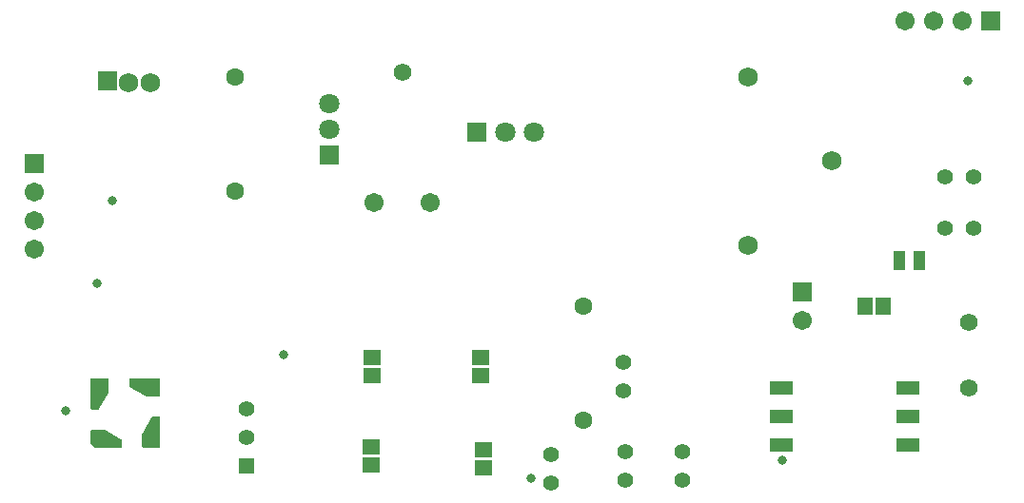
<source format=gts>
G04*
G04 #@! TF.GenerationSoftware,Altium Limited,Altium Designer,22.7.1 (60)*
G04*
G04 Layer_Color=8388736*
%FSLAX44Y44*%
%MOMM*%
G71*
G04*
G04 #@! TF.SameCoordinates,9849E2FD-7F07-45F3-A7E4-9B4BFC9397C6*
G04*
G04*
G04 #@! TF.FilePolarity,Negative*
G04*
G01*
G75*
%ADD19R,1.0200X1.7800*%
%ADD23R,0.7112X1.7272*%
%ADD24R,1.7272X0.9652*%
%ADD25R,0.9652X1.7272*%
%ADD26R,1.4032X1.6032*%
%ADD27R,2.0332X1.2932*%
%ADD28R,1.6032X1.4032*%
%ADD29R,1.4032X1.4032*%
%ADD30C,1.4032*%
%ADD31C,1.7272*%
%ADD32R,1.7272X1.7272*%
%ADD33C,1.8032*%
%ADD34R,1.8032X1.8032*%
%ADD35C,1.8032*%
%ADD36R,1.8032X1.8032*%
%ADD37C,1.5700*%
%ADD38C,1.7032*%
%ADD39R,1.7032X1.7032*%
%ADD40R,1.7032X1.7032*%
%ADD41C,1.6032*%
%ADD42C,0.8128*%
G36*
X87848Y118359D02*
X87979Y118334D01*
X88105Y118291D01*
X88225Y118232D01*
X88254Y118212D01*
X103020Y109831D01*
X103023Y109828D01*
X103027Y109827D01*
X103079Y109792D01*
X103131Y109757D01*
X103134Y109755D01*
X103137Y109753D01*
X103184Y109712D01*
X103232Y109670D01*
X103235Y109667D01*
X103237Y109665D01*
X103277Y109619D01*
X103321Y109571D01*
X103323Y109567D01*
X103325Y109565D01*
X103360Y109513D01*
X103396Y109460D01*
X103397Y109457D01*
X103399Y109454D01*
X103428Y109396D01*
X103455Y109341D01*
X103456Y109338D01*
X103458Y109335D01*
X103479Y109274D01*
X103499Y109216D01*
X103500Y109212D01*
X103501Y109208D01*
X103513Y109146D01*
X103526Y109085D01*
X103526Y109082D01*
X103527Y109078D01*
X103531Y109013D01*
X103536Y108953D01*
X103535Y108949D01*
X103536Y108945D01*
Y103357D01*
X103531Y103281D01*
X103527Y103225D01*
X103527Y103225D01*
X103527Y103224D01*
X103511Y103146D01*
X103501Y103095D01*
X103501Y103094D01*
X103501Y103094D01*
X103478Y103027D01*
X103459Y102968D01*
X103458Y102968D01*
X103458Y102967D01*
X103429Y102909D01*
X103400Y102849D01*
X103399Y102848D01*
X103399Y102848D01*
X103364Y102795D01*
X103326Y102738D01*
X103326Y102738D01*
X103325Y102737D01*
X103283Y102689D01*
X103238Y102638D01*
X103238Y102637D01*
X103237Y102637D01*
X103187Y102593D01*
X103138Y102550D01*
X103138Y102550D01*
X103137Y102549D01*
X103081Y102512D01*
X103028Y102476D01*
X103027Y102476D01*
X103027Y102475D01*
X102968Y102446D01*
X102908Y102417D01*
X102908Y102417D01*
X102907Y102416D01*
X102847Y102396D01*
X102782Y102374D01*
X102781Y102374D01*
X102781Y102374D01*
X102718Y102361D01*
X102652Y102348D01*
X102651Y102348D01*
X102650Y102347D01*
X102583Y102343D01*
X102519Y102339D01*
X89844Y102325D01*
X89843Y102325D01*
X89843Y102325D01*
X87723D01*
X87615Y102332D01*
X80180D01*
X80047Y102340D01*
X79917Y102367D01*
X79790Y102409D01*
X79671Y102468D01*
X79560Y102542D01*
X79460Y102630D01*
X75960Y106130D01*
X75872Y106230D01*
X75798Y106341D01*
X75739Y106460D01*
X75697Y106587D01*
X75670Y106717D01*
X75662Y106850D01*
Y117350D01*
X75670Y117483D01*
X75697Y117613D01*
X75739Y117740D01*
X75798Y117859D01*
X75872Y117970D01*
X75960Y118070D01*
X76060Y118158D01*
X76171Y118232D01*
X76290Y118291D01*
X76417Y118334D01*
X76547Y118359D01*
X76680Y118368D01*
X87716D01*
X87848Y118359D01*
D02*
G37*
G36*
X136713Y130274D02*
X136770Y130271D01*
X136770Y130271D01*
X136771Y130271D01*
X136849Y130255D01*
X136900Y130245D01*
X136901Y130245D01*
X136902Y130245D01*
X136968Y130222D01*
X137027Y130202D01*
X137027Y130202D01*
X137028Y130202D01*
X137086Y130173D01*
X137146Y130143D01*
X137147Y130143D01*
X137147Y130143D01*
X137200Y130108D01*
X137257Y130070D01*
X137257Y130069D01*
X137258Y130069D01*
X137306Y130026D01*
X137357Y129982D01*
X137358Y129981D01*
X137358Y129981D01*
X137402Y129931D01*
X137445Y129882D01*
X137445Y129881D01*
X137446Y129881D01*
X137483Y129825D01*
X137519Y129771D01*
X137520Y129771D01*
X137520Y129770D01*
X137549Y129711D01*
X137578Y129652D01*
X137578Y129651D01*
X137579Y129651D01*
X137599Y129590D01*
X137621Y129526D01*
X137621Y129525D01*
X137621Y129524D01*
X137634Y129462D01*
X137647Y129395D01*
X137647Y129395D01*
X137647Y129394D01*
X137652Y129326D01*
X137656Y129262D01*
X137670Y116587D01*
X137670Y116587D01*
X137670Y116586D01*
Y114466D01*
D01*
Y103466D01*
X137662Y103333D01*
X137635Y103202D01*
X137593Y103076D01*
X137534Y102957D01*
X137460Y102846D01*
X137372Y102746D01*
X137272Y102658D01*
X137161Y102584D01*
X137042Y102525D01*
X136916Y102483D01*
X136785Y102457D01*
X136652Y102448D01*
X122652D01*
X122519Y102457D01*
X122388Y102483D01*
X122262Y102525D01*
X122143Y102584D01*
X122032Y102658D01*
X121932Y102746D01*
X121844Y102846D01*
X121770Y102957D01*
X121711Y103076D01*
X121669Y103202D01*
X121643Y103333D01*
X121634Y103466D01*
Y114466D01*
X121638Y114531D01*
X121642Y114592D01*
X121642Y114595D01*
X121643Y114599D01*
X121655Y114661D01*
X121667Y114722D01*
X121668Y114726D01*
X121669Y114729D01*
D01*
X121689Y114789D01*
X121708Y114849D01*
X121710Y114852D01*
X121711Y114856D01*
X121739Y114912D01*
X121767Y114969D01*
X130164Y129764D01*
X130167Y129767D01*
X130168Y129770D01*
X130203Y129823D01*
X130238Y129875D01*
X130240Y129878D01*
X130242Y129881D01*
X130283Y129928D01*
X130325Y129976D01*
X130328Y129978D01*
X130330Y129981D01*
X130376Y130021D01*
X130424Y130064D01*
X130428Y130066D01*
X130430Y130069D01*
X130482Y130104D01*
X130534Y130139D01*
X130538Y130141D01*
X130541Y130143D01*
X130599Y130171D01*
X130653Y130199D01*
X130657Y130200D01*
X130660Y130202D01*
X130721Y130222D01*
X130779Y130243D01*
X130783Y130243D01*
X130787Y130245D01*
X130849Y130257D01*
X130910Y130269D01*
X130913Y130270D01*
X130917Y130271D01*
X130982Y130275D01*
X131042Y130279D01*
X131046Y130279D01*
X131050Y130279D01*
X136638D01*
X136713Y130274D01*
D02*
G37*
G36*
X90953Y164410D02*
X91083Y164384D01*
X91210Y164341D01*
X91329Y164282D01*
X91440Y164208D01*
X91540Y164120D01*
X91628Y164020D01*
X91702Y163909D01*
X91761Y163790D01*
X91804Y163664D01*
X91830Y163533D01*
X91838Y163400D01*
Y152400D01*
D01*
X91834Y152335D01*
X91830Y152275D01*
X91830Y152271D01*
X91830Y152267D01*
X91817Y152205D01*
X91805Y152144D01*
X91804Y152140D01*
X91804Y152136D01*
X91783Y152077D01*
X91763Y152017D01*
X91762Y152014D01*
X91761Y152010D01*
X91733Y151954D01*
X91706Y151897D01*
X83308Y137102D01*
X83305Y137099D01*
X83304Y137096D01*
X83269Y137044D01*
X83234Y136991D01*
X83232Y136988D01*
X83230Y136985D01*
X83189Y136938D01*
X83147Y136890D01*
X83144Y136888D01*
X83142Y136885D01*
X83096Y136845D01*
X83048Y136802D01*
X83045Y136799D01*
X83042Y136797D01*
X82990Y136762D01*
X82937Y136727D01*
X82934Y136725D01*
X82931Y136723D01*
X82873Y136695D01*
X82818Y136667D01*
X82815Y136666D01*
X82812Y136664D01*
X82751Y136644D01*
X82693Y136623D01*
X82689Y136623D01*
X82685Y136622D01*
X82623Y136609D01*
X82562Y136596D01*
X82559Y136596D01*
X82555Y136595D01*
X82490Y136591D01*
X82430Y136587D01*
X82426Y136587D01*
X82422Y136587D01*
X76834D01*
X76758Y136592D01*
X76702Y136595D01*
X76702Y136595D01*
X76701Y136595D01*
X76623Y136611D01*
X76572Y136621D01*
X76571Y136621D01*
X76571Y136622D01*
X76504Y136644D01*
X76445Y136664D01*
X76445Y136664D01*
X76444Y136664D01*
X76386Y136693D01*
X76326Y136723D01*
X76325Y136723D01*
X76325Y136723D01*
X76272Y136758D01*
X76215Y136797D01*
X76215Y136797D01*
X76214Y136797D01*
X76166Y136840D01*
X76115Y136884D01*
X76115Y136885D01*
X76114Y136885D01*
X76070Y136935D01*
X76027Y136984D01*
X76027Y136985D01*
X76026Y136985D01*
X75989Y137041D01*
X75953Y137095D01*
X75953Y137095D01*
X75952Y137096D01*
X75923Y137155D01*
X75894Y137214D01*
X75894Y137215D01*
X75893Y137215D01*
X75873Y137276D01*
X75851Y137340D01*
X75851Y137341D01*
X75851Y137341D01*
X75838Y137404D01*
X75825Y137471D01*
X75825Y137472D01*
X75824Y137472D01*
X75820Y137540D01*
X75816Y137604D01*
X75802Y150279D01*
X75802Y150279D01*
X75802Y150280D01*
Y152400D01*
D01*
Y163400D01*
X75810Y163533D01*
X75837Y163664D01*
X75879Y163790D01*
X75938Y163909D01*
X76012Y164020D01*
X76100Y164120D01*
X76200Y164208D01*
X76311Y164282D01*
X76430Y164341D01*
X76557Y164384D01*
X76687Y164410D01*
X76820Y164418D01*
X90820D01*
X90953Y164410D01*
D02*
G37*
G36*
X136863Y164219D02*
X136994Y164193D01*
X137120Y164151D01*
X137239Y164092D01*
X137350Y164018D01*
X137450Y163930D01*
X137538Y163830D01*
X137612Y163719D01*
X137671Y163600D01*
X137713Y163473D01*
X137739Y163343D01*
X137748Y163210D01*
Y149210D01*
X137739Y149077D01*
X137713Y148947D01*
X137671Y148820D01*
X137612Y148701D01*
X137538Y148590D01*
X137450Y148490D01*
X137350Y148402D01*
X137239Y148328D01*
X137120Y148269D01*
X136994Y148226D01*
X136863Y148201D01*
X136730Y148192D01*
X125730D01*
X125665Y148196D01*
X125604Y148200D01*
X125601Y148200D01*
X125597Y148201D01*
X125535Y148213D01*
X125474Y148225D01*
X125470Y148226D01*
X125466Y148226D01*
X125461Y148229D01*
X125407Y148247D01*
X125347Y148266D01*
X125344Y148268D01*
X125340Y148269D01*
X125335Y148272D01*
X125284Y148297D01*
X125227Y148324D01*
X110432Y156722D01*
X110429Y156725D01*
X110426Y156726D01*
X110373Y156761D01*
X110321Y156796D01*
X110318Y156798D01*
X110315Y156800D01*
X110268Y156841D01*
X110220Y156883D01*
X110218Y156886D01*
X110215Y156888D01*
X110175Y156934D01*
X110132Y156982D01*
X110129Y156986D01*
X110127Y156988D01*
X110092Y157040D01*
X110057Y157093D01*
X110055Y157096D01*
X110053Y157099D01*
X110025Y157157D01*
X109997Y157212D01*
X109996Y157215D01*
X109994Y157218D01*
X109974Y157279D01*
X109953Y157337D01*
X109953Y157341D01*
X109951Y157345D01*
X109939Y157407D01*
X109927Y157468D01*
X109926Y157471D01*
X109925Y157475D01*
X109921Y157540D01*
X109917Y157600D01*
X109917Y157604D01*
X109917Y157608D01*
Y163196D01*
X109922Y163272D01*
X109925Y163328D01*
X109925Y163328D01*
X109925Y163329D01*
X109941Y163407D01*
X109951Y163458D01*
X109951Y163459D01*
X109951Y163459D01*
X109974Y163526D01*
X109994Y163585D01*
X109994Y163585D01*
X109994Y163586D01*
X110023Y163644D01*
X110053Y163704D01*
X110053Y163705D01*
X110053Y163705D01*
X110088Y163758D01*
X110126Y163815D01*
X110127Y163815D01*
X110127Y163816D01*
X110170Y163864D01*
X110214Y163915D01*
X110215Y163916D01*
X110215Y163916D01*
X110265Y163960D01*
X110314Y164003D01*
X110315Y164003D01*
X110315Y164004D01*
X110371Y164041D01*
X110425Y164077D01*
X110425Y164077D01*
X110426Y164078D01*
X110485Y164107D01*
X110544Y164136D01*
X110545Y164136D01*
X110545Y164137D01*
X110606Y164157D01*
X110670Y164179D01*
X110671Y164179D01*
X110672Y164179D01*
X110734Y164192D01*
X110801Y164205D01*
X110801Y164205D01*
X110802Y164205D01*
X110870Y164210D01*
X110934Y164214D01*
X123609Y164228D01*
X123609Y164228D01*
X123610Y164228D01*
X136730D01*
X136863Y164219D01*
D02*
G37*
D19*
X795020Y269240D02*
D03*
X812820D02*
D03*
D23*
X132080Y113030D02*
D03*
D24*
X128778Y159004D02*
D03*
X89154Y107696D02*
D03*
D25*
X81026Y155194D02*
D03*
D26*
X765050Y228600D02*
D03*
X781050D02*
D03*
D27*
X802960Y156210D02*
D03*
Y130810D02*
D03*
Y105410D02*
D03*
X690560D02*
D03*
Y130810D02*
D03*
Y156210D02*
D03*
D28*
X325120Y103630D02*
D03*
Y87630D02*
D03*
X425450Y84710D02*
D03*
Y100710D02*
D03*
X422910Y167260D02*
D03*
Y183260D02*
D03*
X326390Y182880D02*
D03*
Y166880D02*
D03*
D29*
X214630Y86360D02*
D03*
D30*
Y111760D02*
D03*
Y137160D02*
D03*
X861060Y344170D02*
D03*
X835660D02*
D03*
Y298450D02*
D03*
X861060D02*
D03*
X601980Y99060D02*
D03*
Y73660D02*
D03*
X551180D02*
D03*
Y99060D02*
D03*
X485140Y71120D02*
D03*
Y96520D02*
D03*
X549910Y153670D02*
D03*
Y179070D02*
D03*
D31*
X128905Y427673D02*
D03*
X109220Y427990D02*
D03*
X735330Y358140D02*
D03*
X660330Y433140D02*
D03*
Y283140D02*
D03*
D32*
X90805Y428942D02*
D03*
D33*
X288290Y408880D02*
D03*
Y386080D02*
D03*
D34*
Y363280D02*
D03*
D35*
X444500Y383540D02*
D03*
X469900D02*
D03*
D36*
X419100D02*
D03*
D37*
X353060Y436880D02*
D03*
X857250Y156210D02*
D03*
Y214630D02*
D03*
D38*
X800100Y482600D02*
D03*
X825500D02*
D03*
X850900D02*
D03*
X708660Y215900D02*
D03*
X327660Y321310D02*
D03*
X377660D02*
D03*
X25400Y330200D02*
D03*
Y279400D02*
D03*
Y304800D02*
D03*
D39*
X876300Y482600D02*
D03*
D40*
X708660Y241300D02*
D03*
X25400Y355600D02*
D03*
D41*
X514350Y127000D02*
D03*
Y228600D02*
D03*
X204470Y433070D02*
D03*
Y331470D02*
D03*
D42*
X53340Y135890D02*
D03*
X81280Y248920D02*
D03*
X95250Y322580D02*
D03*
X855980Y429260D02*
D03*
X247650Y185420D02*
D03*
X467802Y75111D02*
D03*
X691215Y91582D02*
D03*
M02*

</source>
